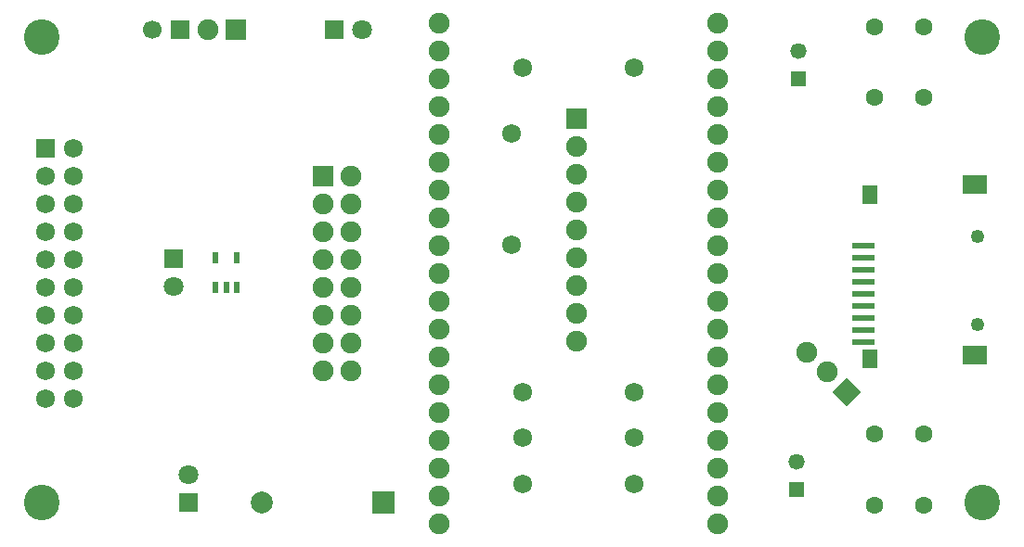
<source format=gbr>
G04 DipTrace 3.3.1.3*
G04 TopMask.gbr*
%MOIN*%
G04 #@! TF.FileFunction,Soldermask,Top*
G04 #@! TF.Part,Single*
%AMOUTLINE1*
4,1,4,
0.0,-0.052893,
-0.052893,0.0,
0.0,0.052893,
0.052893,0.0,
0.0,-0.052893,
0*%
%ADD21R,0.070866X0.070866*%
%ADD27R,0.066929X0.066929*%
%ADD28C,0.066929*%
%ADD34R,0.07874X0.023622*%
%ADD35R,0.057087X0.068898*%
%ADD36R,0.088583X0.068898*%
%ADD41R,0.023622X0.043307*%
%ADD45C,0.127953*%
%ADD46C,0.049213*%
%ADD66C,0.062992*%
%ADD68C,0.067874*%
%ADD72C,0.074803*%
%ADD73R,0.074803X0.074803*%
%ADD74C,0.067874*%
%ADD76R,0.067874X0.067874*%
%ADD78R,0.057874X0.057874*%
%ADD80C,0.057874*%
%ADD82C,0.07874*%
%ADD83R,0.07874X0.07874*%
%ADD84C,0.070866*%
%ADD94OUTLINE1*%
%FSLAX26Y26*%
G04*
G70*
G90*
G75*
G01*
G04 TopMask*
%LPD*%
D21*
X1068701Y543702D3*
D84*
Y643702D3*
X1693701Y2243702D3*
D21*
X1593701D3*
D84*
X1016773Y1321851D3*
D21*
Y1421851D3*
D83*
X1768701Y543702D3*
D82*
X1333661D3*
D80*
X3252075Y690430D3*
D78*
Y590430D3*
D80*
X3259953Y2166876D3*
D78*
Y2066876D3*
D45*
X543701Y2218702D3*
Y543702D3*
X3918701D3*
Y2218702D3*
D76*
X555643Y1818702D3*
D74*
Y1718702D3*
Y1618702D3*
Y1518702D3*
Y1418702D3*
Y1318702D3*
Y1218702D3*
Y1118702D3*
Y1018702D3*
Y918702D3*
X655643D3*
Y1018702D3*
Y1118702D3*
Y1218702D3*
Y1318702D3*
Y1418702D3*
Y1518702D3*
Y1618702D3*
Y1718702D3*
Y1818702D3*
D73*
X1239126Y2243380D3*
D72*
X1139126D3*
D27*
X1039126D3*
D28*
X939126D3*
D73*
X1551316Y1718702D3*
D72*
X1651316D3*
X1551316Y1618702D3*
X1651316D3*
X1551316Y1518702D3*
X1651316D3*
X1551316Y1418702D3*
X1651316D3*
X1551316Y1318702D3*
X1651316D3*
X1551316Y1218702D3*
X1651316D3*
X1551316Y1118702D3*
X1651316D3*
X1551316Y1018702D3*
X1651316D3*
D94*
X3431280Y942117D3*
D72*
X3360568Y1012829D3*
X3289857Y1083540D3*
D73*
X2461941Y1923025D3*
D72*
Y1823025D3*
Y1723025D3*
Y1623025D3*
Y1523025D3*
Y1423025D3*
Y1323025D3*
Y1223025D3*
Y1123025D3*
D74*
X2668701Y940107D3*
D68*
X2268701D3*
D74*
Y777607D3*
D68*
X2668701D3*
D74*
X2268701Y611168D3*
D68*
X2668701D3*
D74*
X2228933Y1870144D3*
D68*
Y1470144D3*
D74*
X2268701Y2107229D3*
D68*
X2668701D3*
D66*
X3709395Y533538D3*
Y789443D3*
X3532230D3*
Y533538D3*
X3709629Y2000124D3*
Y2256030D3*
X3532463D3*
Y2000124D3*
D34*
X3490461Y1120473D3*
Y1163781D3*
Y1207088D3*
Y1250395D3*
Y1293702D3*
Y1337009D3*
Y1380316D3*
Y1423623D3*
Y1466930D3*
D35*
X3514043Y1061379D3*
X3514395Y1650178D3*
D36*
X3892280Y1686489D3*
X3892144Y1074871D3*
D46*
X3902636Y1185710D3*
Y1500158D3*
D72*
X2968701Y468702D3*
Y568702D3*
Y668702D3*
Y768702D3*
Y868702D3*
Y968702D3*
Y1068702D3*
Y1168702D3*
Y1268702D3*
Y1368702D3*
Y1468702D3*
Y1568702D3*
Y1668702D3*
Y1768702D3*
Y1868702D3*
Y1968702D3*
Y2068702D3*
Y2168702D3*
Y2268702D3*
X1968701D3*
Y2168702D3*
Y2068702D3*
Y1968702D3*
Y1868702D3*
Y1768702D3*
Y1668702D3*
Y1568702D3*
Y1468702D3*
Y1368702D3*
Y1268702D3*
Y1168702D3*
Y1068702D3*
Y968702D3*
Y868702D3*
Y768702D3*
Y668702D3*
Y568702D3*
Y468702D3*
D41*
X1166773Y1318702D3*
X1204175D3*
X1241576D3*
Y1425001D3*
X1166773D3*
M02*

</source>
